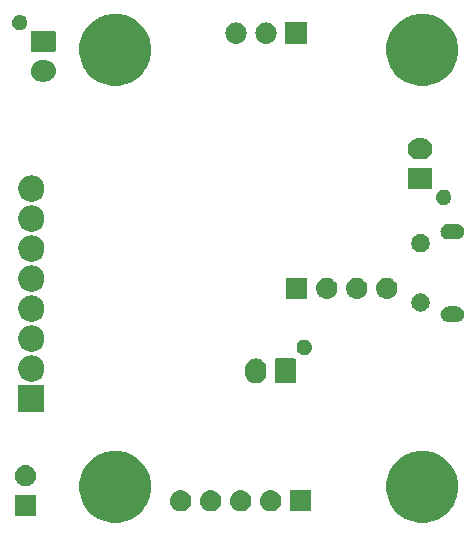
<source format=gbr>
G04 #@! TF.GenerationSoftware,KiCad,Pcbnew,5.0.2-5.0.2*
G04 #@! TF.CreationDate,2019-01-05T03:50:43-08:00*
G04 #@! TF.ProjectId,t962,74393632-2e6b-4696-9361-645f70636258,1.2*
G04 #@! TF.SameCoordinates,Original*
G04 #@! TF.FileFunction,Soldermask,Bot*
G04 #@! TF.FilePolarity,Negative*
%FSLAX46Y46*%
G04 Gerber Fmt 4.6, Leading zero omitted, Abs format (unit mm)*
G04 Created by KiCad (PCBNEW 5.0.2-5.0.2) date Sat 05 Jan 2019 03:50:43 AM PST*
%MOMM*%
%LPD*%
G01*
G04 APERTURE LIST*
%ADD10C,0.100000*%
G04 APERTURE END LIST*
D10*
G36*
X164789941Y-69166248D02*
X164789943Y-69166249D01*
X164789944Y-69166249D01*
X165345190Y-69396239D01*
X165345191Y-69396240D01*
X165844902Y-69730136D01*
X166269864Y-70155098D01*
X166269866Y-70155101D01*
X166603761Y-70654810D01*
X166813017Y-71160000D01*
X166833752Y-71210059D01*
X166951000Y-71799501D01*
X166951000Y-72400499D01*
X166840994Y-72953534D01*
X166833751Y-72989944D01*
X166603761Y-73545190D01*
X166536090Y-73646467D01*
X166269864Y-74044902D01*
X165844902Y-74469864D01*
X165844899Y-74469866D01*
X165345190Y-74803761D01*
X164789944Y-75033751D01*
X164789943Y-75033751D01*
X164789941Y-75033752D01*
X164200499Y-75151000D01*
X163599501Y-75151000D01*
X163010059Y-75033752D01*
X163010057Y-75033751D01*
X163010056Y-75033751D01*
X162454810Y-74803761D01*
X161955101Y-74469866D01*
X161955098Y-74469864D01*
X161530136Y-74044902D01*
X161263910Y-73646467D01*
X161196239Y-73545190D01*
X160966249Y-72989944D01*
X160959007Y-72953534D01*
X160849000Y-72400499D01*
X160849000Y-71799501D01*
X160966248Y-71210059D01*
X160986983Y-71160000D01*
X161196239Y-70654810D01*
X161530134Y-70155101D01*
X161530136Y-70155098D01*
X161955098Y-69730136D01*
X162454809Y-69396240D01*
X162454810Y-69396239D01*
X163010056Y-69166249D01*
X163010057Y-69166249D01*
X163010059Y-69166248D01*
X163599501Y-69049000D01*
X164200499Y-69049000D01*
X164789941Y-69166248D01*
X164789941Y-69166248D01*
G37*
G36*
X138789941Y-69166248D02*
X138789943Y-69166249D01*
X138789944Y-69166249D01*
X139345190Y-69396239D01*
X139345191Y-69396240D01*
X139844902Y-69730136D01*
X140269864Y-70155098D01*
X140269866Y-70155101D01*
X140603761Y-70654810D01*
X140813017Y-71160000D01*
X140833752Y-71210059D01*
X140951000Y-71799501D01*
X140951000Y-72400499D01*
X140840994Y-72953534D01*
X140833751Y-72989944D01*
X140603761Y-73545190D01*
X140536090Y-73646467D01*
X140269864Y-74044902D01*
X139844902Y-74469864D01*
X139844899Y-74469866D01*
X139345190Y-74803761D01*
X138789944Y-75033751D01*
X138789943Y-75033751D01*
X138789941Y-75033752D01*
X138200499Y-75151000D01*
X137599501Y-75151000D01*
X137010059Y-75033752D01*
X137010057Y-75033751D01*
X137010056Y-75033751D01*
X136454810Y-74803761D01*
X135955101Y-74469866D01*
X135955098Y-74469864D01*
X135530136Y-74044902D01*
X135263910Y-73646467D01*
X135196239Y-73545190D01*
X134966249Y-72989944D01*
X134959007Y-72953534D01*
X134849000Y-72400499D01*
X134849000Y-71799501D01*
X134966248Y-71210059D01*
X134986983Y-71160000D01*
X135196239Y-70654810D01*
X135530134Y-70155101D01*
X135530136Y-70155098D01*
X135955098Y-69730136D01*
X136454809Y-69396240D01*
X136454810Y-69396239D01*
X137010056Y-69166249D01*
X137010057Y-69166249D01*
X137010059Y-69166248D01*
X137599501Y-69049000D01*
X138200499Y-69049000D01*
X138789941Y-69166248D01*
X138789941Y-69166248D01*
G37*
G36*
X131201000Y-74601000D02*
X129399000Y-74601000D01*
X129399000Y-72799000D01*
X131201000Y-72799000D01*
X131201000Y-74601000D01*
X131201000Y-74601000D01*
G37*
G36*
X143550442Y-72405518D02*
X143616627Y-72412037D01*
X143729853Y-72446384D01*
X143786467Y-72463557D01*
X143925087Y-72537652D01*
X143942991Y-72547222D01*
X143978729Y-72576552D01*
X144080186Y-72659814D01*
X144163448Y-72761271D01*
X144192778Y-72797009D01*
X144192779Y-72797011D01*
X144276443Y-72953533D01*
X144276443Y-72953534D01*
X144327963Y-73123373D01*
X144345359Y-73300000D01*
X144327963Y-73476627D01*
X144307164Y-73545191D01*
X144276443Y-73646467D01*
X144202348Y-73785087D01*
X144192778Y-73802991D01*
X144163448Y-73838729D01*
X144080186Y-73940186D01*
X143978729Y-74023448D01*
X143942991Y-74052778D01*
X143942989Y-74052779D01*
X143786467Y-74136443D01*
X143729853Y-74153616D01*
X143616627Y-74187963D01*
X143550443Y-74194481D01*
X143484260Y-74201000D01*
X143395740Y-74201000D01*
X143329557Y-74194481D01*
X143263373Y-74187963D01*
X143150147Y-74153616D01*
X143093533Y-74136443D01*
X142937011Y-74052779D01*
X142937009Y-74052778D01*
X142901271Y-74023448D01*
X142799814Y-73940186D01*
X142716552Y-73838729D01*
X142687222Y-73802991D01*
X142677652Y-73785087D01*
X142603557Y-73646467D01*
X142572836Y-73545191D01*
X142552037Y-73476627D01*
X142534641Y-73300000D01*
X142552037Y-73123373D01*
X142603557Y-72953534D01*
X142603557Y-72953533D01*
X142687221Y-72797011D01*
X142687222Y-72797009D01*
X142716552Y-72761271D01*
X142799814Y-72659814D01*
X142901271Y-72576552D01*
X142937009Y-72547222D01*
X142954913Y-72537652D01*
X143093533Y-72463557D01*
X143150147Y-72446384D01*
X143263373Y-72412037D01*
X143329558Y-72405518D01*
X143395740Y-72399000D01*
X143484260Y-72399000D01*
X143550442Y-72405518D01*
X143550442Y-72405518D01*
G37*
G36*
X146090442Y-72405518D02*
X146156627Y-72412037D01*
X146269853Y-72446384D01*
X146326467Y-72463557D01*
X146465087Y-72537652D01*
X146482991Y-72547222D01*
X146518729Y-72576552D01*
X146620186Y-72659814D01*
X146703448Y-72761271D01*
X146732778Y-72797009D01*
X146732779Y-72797011D01*
X146816443Y-72953533D01*
X146816443Y-72953534D01*
X146867963Y-73123373D01*
X146885359Y-73300000D01*
X146867963Y-73476627D01*
X146847164Y-73545191D01*
X146816443Y-73646467D01*
X146742348Y-73785087D01*
X146732778Y-73802991D01*
X146703448Y-73838729D01*
X146620186Y-73940186D01*
X146518729Y-74023448D01*
X146482991Y-74052778D01*
X146482989Y-74052779D01*
X146326467Y-74136443D01*
X146269853Y-74153616D01*
X146156627Y-74187963D01*
X146090443Y-74194481D01*
X146024260Y-74201000D01*
X145935740Y-74201000D01*
X145869557Y-74194481D01*
X145803373Y-74187963D01*
X145690147Y-74153616D01*
X145633533Y-74136443D01*
X145477011Y-74052779D01*
X145477009Y-74052778D01*
X145441271Y-74023448D01*
X145339814Y-73940186D01*
X145256552Y-73838729D01*
X145227222Y-73802991D01*
X145217652Y-73785087D01*
X145143557Y-73646467D01*
X145112836Y-73545191D01*
X145092037Y-73476627D01*
X145074641Y-73300000D01*
X145092037Y-73123373D01*
X145143557Y-72953534D01*
X145143557Y-72953533D01*
X145227221Y-72797011D01*
X145227222Y-72797009D01*
X145256552Y-72761271D01*
X145339814Y-72659814D01*
X145441271Y-72576552D01*
X145477009Y-72547222D01*
X145494913Y-72537652D01*
X145633533Y-72463557D01*
X145690147Y-72446384D01*
X145803373Y-72412037D01*
X145869558Y-72405518D01*
X145935740Y-72399000D01*
X146024260Y-72399000D01*
X146090442Y-72405518D01*
X146090442Y-72405518D01*
G37*
G36*
X148630442Y-72405518D02*
X148696627Y-72412037D01*
X148809853Y-72446384D01*
X148866467Y-72463557D01*
X149005087Y-72537652D01*
X149022991Y-72547222D01*
X149058729Y-72576552D01*
X149160186Y-72659814D01*
X149243448Y-72761271D01*
X149272778Y-72797009D01*
X149272779Y-72797011D01*
X149356443Y-72953533D01*
X149356443Y-72953534D01*
X149407963Y-73123373D01*
X149425359Y-73300000D01*
X149407963Y-73476627D01*
X149387164Y-73545191D01*
X149356443Y-73646467D01*
X149282348Y-73785087D01*
X149272778Y-73802991D01*
X149243448Y-73838729D01*
X149160186Y-73940186D01*
X149058729Y-74023448D01*
X149022991Y-74052778D01*
X149022989Y-74052779D01*
X148866467Y-74136443D01*
X148809853Y-74153616D01*
X148696627Y-74187963D01*
X148630443Y-74194481D01*
X148564260Y-74201000D01*
X148475740Y-74201000D01*
X148409557Y-74194481D01*
X148343373Y-74187963D01*
X148230147Y-74153616D01*
X148173533Y-74136443D01*
X148017011Y-74052779D01*
X148017009Y-74052778D01*
X147981271Y-74023448D01*
X147879814Y-73940186D01*
X147796552Y-73838729D01*
X147767222Y-73802991D01*
X147757652Y-73785087D01*
X147683557Y-73646467D01*
X147652836Y-73545191D01*
X147632037Y-73476627D01*
X147614641Y-73300000D01*
X147632037Y-73123373D01*
X147683557Y-72953534D01*
X147683557Y-72953533D01*
X147767221Y-72797011D01*
X147767222Y-72797009D01*
X147796552Y-72761271D01*
X147879814Y-72659814D01*
X147981271Y-72576552D01*
X148017009Y-72547222D01*
X148034913Y-72537652D01*
X148173533Y-72463557D01*
X148230147Y-72446384D01*
X148343373Y-72412037D01*
X148409558Y-72405518D01*
X148475740Y-72399000D01*
X148564260Y-72399000D01*
X148630442Y-72405518D01*
X148630442Y-72405518D01*
G37*
G36*
X151170442Y-72405518D02*
X151236627Y-72412037D01*
X151349853Y-72446384D01*
X151406467Y-72463557D01*
X151545087Y-72537652D01*
X151562991Y-72547222D01*
X151598729Y-72576552D01*
X151700186Y-72659814D01*
X151783448Y-72761271D01*
X151812778Y-72797009D01*
X151812779Y-72797011D01*
X151896443Y-72953533D01*
X151896443Y-72953534D01*
X151947963Y-73123373D01*
X151965359Y-73300000D01*
X151947963Y-73476627D01*
X151927164Y-73545191D01*
X151896443Y-73646467D01*
X151822348Y-73785087D01*
X151812778Y-73802991D01*
X151783448Y-73838729D01*
X151700186Y-73940186D01*
X151598729Y-74023448D01*
X151562991Y-74052778D01*
X151562989Y-74052779D01*
X151406467Y-74136443D01*
X151349853Y-74153616D01*
X151236627Y-74187963D01*
X151170443Y-74194481D01*
X151104260Y-74201000D01*
X151015740Y-74201000D01*
X150949557Y-74194481D01*
X150883373Y-74187963D01*
X150770147Y-74153616D01*
X150713533Y-74136443D01*
X150557011Y-74052779D01*
X150557009Y-74052778D01*
X150521271Y-74023448D01*
X150419814Y-73940186D01*
X150336552Y-73838729D01*
X150307222Y-73802991D01*
X150297652Y-73785087D01*
X150223557Y-73646467D01*
X150192836Y-73545191D01*
X150172037Y-73476627D01*
X150154641Y-73300000D01*
X150172037Y-73123373D01*
X150223557Y-72953534D01*
X150223557Y-72953533D01*
X150307221Y-72797011D01*
X150307222Y-72797009D01*
X150336552Y-72761271D01*
X150419814Y-72659814D01*
X150521271Y-72576552D01*
X150557009Y-72547222D01*
X150574913Y-72537652D01*
X150713533Y-72463557D01*
X150770147Y-72446384D01*
X150883373Y-72412037D01*
X150949558Y-72405518D01*
X151015740Y-72399000D01*
X151104260Y-72399000D01*
X151170442Y-72405518D01*
X151170442Y-72405518D01*
G37*
G36*
X154501000Y-74201000D02*
X152699000Y-74201000D01*
X152699000Y-72399000D01*
X154501000Y-72399000D01*
X154501000Y-74201000D01*
X154501000Y-74201000D01*
G37*
G36*
X130410443Y-70265519D02*
X130476627Y-70272037D01*
X130589853Y-70306384D01*
X130646467Y-70323557D01*
X130785087Y-70397652D01*
X130802991Y-70407222D01*
X130838729Y-70436552D01*
X130940186Y-70519814D01*
X131023448Y-70621271D01*
X131052778Y-70657009D01*
X131052779Y-70657011D01*
X131136443Y-70813533D01*
X131136443Y-70813534D01*
X131187963Y-70983373D01*
X131205359Y-71160000D01*
X131187963Y-71336627D01*
X131153616Y-71449853D01*
X131136443Y-71506467D01*
X131062348Y-71645087D01*
X131052778Y-71662991D01*
X131023448Y-71698729D01*
X130940186Y-71800186D01*
X130838729Y-71883448D01*
X130802991Y-71912778D01*
X130802989Y-71912779D01*
X130646467Y-71996443D01*
X130589853Y-72013616D01*
X130476627Y-72047963D01*
X130410443Y-72054481D01*
X130344260Y-72061000D01*
X130255740Y-72061000D01*
X130189557Y-72054481D01*
X130123373Y-72047963D01*
X130010147Y-72013616D01*
X129953533Y-71996443D01*
X129797011Y-71912779D01*
X129797009Y-71912778D01*
X129761271Y-71883448D01*
X129659814Y-71800186D01*
X129576552Y-71698729D01*
X129547222Y-71662991D01*
X129537652Y-71645087D01*
X129463557Y-71506467D01*
X129446384Y-71449853D01*
X129412037Y-71336627D01*
X129394641Y-71160000D01*
X129412037Y-70983373D01*
X129463557Y-70813534D01*
X129463557Y-70813533D01*
X129547221Y-70657011D01*
X129547222Y-70657009D01*
X129576552Y-70621271D01*
X129659814Y-70519814D01*
X129761271Y-70436552D01*
X129797009Y-70407222D01*
X129814913Y-70397652D01*
X129953533Y-70323557D01*
X130010147Y-70306384D01*
X130123373Y-70272037D01*
X130189557Y-70265519D01*
X130255740Y-70259000D01*
X130344260Y-70259000D01*
X130410443Y-70265519D01*
X130410443Y-70265519D01*
G37*
G36*
X131901000Y-65741000D02*
X129699000Y-65741000D01*
X129699000Y-63539000D01*
X131901000Y-63539000D01*
X131901000Y-65741000D01*
X131901000Y-65741000D01*
G37*
G36*
X149976627Y-61262037D02*
X150089853Y-61296384D01*
X150146467Y-61313557D01*
X150285087Y-61387652D01*
X150302991Y-61397222D01*
X150338729Y-61426552D01*
X150440186Y-61509814D01*
X150496541Y-61578484D01*
X150552778Y-61647009D01*
X150636443Y-61803534D01*
X150687963Y-61973374D01*
X150701000Y-62105743D01*
X150701000Y-62494258D01*
X150687963Y-62626627D01*
X150653616Y-62739853D01*
X150636443Y-62796467D01*
X150562348Y-62935087D01*
X150552778Y-62952991D01*
X150550963Y-62955202D01*
X150440186Y-63090186D01*
X150302989Y-63202779D01*
X150146466Y-63286443D01*
X150105733Y-63298799D01*
X149976626Y-63337963D01*
X149800000Y-63355359D01*
X149623373Y-63337963D01*
X149494266Y-63298799D01*
X149453533Y-63286443D01*
X149297011Y-63202779D01*
X149297009Y-63202778D01*
X149254749Y-63168096D01*
X149159814Y-63090186D01*
X149047221Y-62952989D01*
X148963557Y-62796466D01*
X148946384Y-62739852D01*
X148912037Y-62626626D01*
X148899000Y-62494257D01*
X148899000Y-62105742D01*
X148912037Y-61973373D01*
X148963557Y-61803534D01*
X148963557Y-61803533D01*
X149047222Y-61647008D01*
X149159812Y-61509817D01*
X149254750Y-61431904D01*
X149297010Y-61397222D01*
X149314914Y-61387652D01*
X149453534Y-61313557D01*
X149510148Y-61296384D01*
X149623374Y-61262037D01*
X149800000Y-61244641D01*
X149976627Y-61262037D01*
X149976627Y-61262037D01*
G37*
G36*
X153058600Y-61252989D02*
X153091649Y-61263014D01*
X153122106Y-61279294D01*
X153148799Y-61301201D01*
X153170706Y-61327894D01*
X153186986Y-61358351D01*
X153197011Y-61391400D01*
X153201000Y-61431904D01*
X153201000Y-63168096D01*
X153197011Y-63208600D01*
X153186986Y-63241649D01*
X153170706Y-63272106D01*
X153148799Y-63298799D01*
X153122106Y-63320706D01*
X153091649Y-63336986D01*
X153058600Y-63347011D01*
X153018096Y-63351000D01*
X151581904Y-63351000D01*
X151541400Y-63347011D01*
X151508351Y-63336986D01*
X151477894Y-63320706D01*
X151451201Y-63298799D01*
X151429294Y-63272106D01*
X151413014Y-63241649D01*
X151402989Y-63208600D01*
X151399000Y-63168096D01*
X151399000Y-61431904D01*
X151402989Y-61391400D01*
X151413014Y-61358351D01*
X151429294Y-61327894D01*
X151451201Y-61301201D01*
X151477894Y-61279294D01*
X151508351Y-61263014D01*
X151541400Y-61252989D01*
X151581904Y-61249000D01*
X153018096Y-61249000D01*
X153058600Y-61252989D01*
X153058600Y-61252989D01*
G37*
G36*
X131014795Y-61020156D02*
X131121150Y-61041311D01*
X131191990Y-61070654D01*
X131321516Y-61124305D01*
X131501850Y-61244801D01*
X131655199Y-61398150D01*
X131775695Y-61578484D01*
X131858689Y-61778851D01*
X131901000Y-61991560D01*
X131901000Y-62208440D01*
X131858689Y-62421149D01*
X131775695Y-62621516D01*
X131775693Y-62621519D01*
X131658797Y-62796466D01*
X131655199Y-62801850D01*
X131501850Y-62955199D01*
X131321516Y-63075695D01*
X131191990Y-63129346D01*
X131121150Y-63158689D01*
X131014794Y-63179845D01*
X130908440Y-63201000D01*
X130691560Y-63201000D01*
X130585206Y-63179845D01*
X130478850Y-63158689D01*
X130408010Y-63129346D01*
X130278484Y-63075695D01*
X130098150Y-62955199D01*
X129944801Y-62801850D01*
X129941204Y-62796466D01*
X129824307Y-62621519D01*
X129824305Y-62621516D01*
X129741311Y-62421149D01*
X129699000Y-62208440D01*
X129699000Y-61991560D01*
X129741311Y-61778851D01*
X129824305Y-61578484D01*
X129944801Y-61398150D01*
X130098150Y-61244801D01*
X130278484Y-61124305D01*
X130408010Y-61070654D01*
X130478850Y-61041311D01*
X130585205Y-61020156D01*
X130691560Y-60999000D01*
X130908440Y-60999000D01*
X131014795Y-61020156D01*
X131014795Y-61020156D01*
G37*
G36*
X154089890Y-59674017D02*
X154208361Y-59723089D01*
X154314992Y-59794338D01*
X154405662Y-59885008D01*
X154476911Y-59991639D01*
X154525983Y-60110110D01*
X154551000Y-60235881D01*
X154551000Y-60364119D01*
X154525983Y-60489890D01*
X154476911Y-60608361D01*
X154405662Y-60714992D01*
X154314992Y-60805662D01*
X154208361Y-60876911D01*
X154089890Y-60925983D01*
X153964119Y-60951000D01*
X153835881Y-60951000D01*
X153710110Y-60925983D01*
X153591639Y-60876911D01*
X153485008Y-60805662D01*
X153394338Y-60714992D01*
X153323089Y-60608361D01*
X153274017Y-60489890D01*
X153249000Y-60364119D01*
X153249000Y-60235881D01*
X153274017Y-60110110D01*
X153323089Y-59991639D01*
X153394338Y-59885008D01*
X153485008Y-59794338D01*
X153591639Y-59723089D01*
X153710110Y-59674017D01*
X153835881Y-59649000D01*
X153964119Y-59649000D01*
X154089890Y-59674017D01*
X154089890Y-59674017D01*
G37*
G36*
X131014795Y-58480156D02*
X131121150Y-58501311D01*
X131191990Y-58530654D01*
X131321516Y-58584305D01*
X131501850Y-58704801D01*
X131655199Y-58858150D01*
X131775695Y-59038484D01*
X131858689Y-59238851D01*
X131901000Y-59451560D01*
X131901000Y-59668440D01*
X131858689Y-59881149D01*
X131775695Y-60081516D01*
X131775693Y-60081519D01*
X131672551Y-60235882D01*
X131655199Y-60261850D01*
X131501850Y-60415199D01*
X131321516Y-60535695D01*
X131191990Y-60589346D01*
X131121150Y-60618689D01*
X131014794Y-60639845D01*
X130908440Y-60661000D01*
X130691560Y-60661000D01*
X130585206Y-60639845D01*
X130478850Y-60618689D01*
X130408010Y-60589346D01*
X130278484Y-60535695D01*
X130098150Y-60415199D01*
X129944801Y-60261850D01*
X129927450Y-60235882D01*
X129824307Y-60081519D01*
X129824305Y-60081516D01*
X129741311Y-59881149D01*
X129699000Y-59668440D01*
X129699000Y-59451560D01*
X129741311Y-59238851D01*
X129824305Y-59038484D01*
X129944801Y-58858150D01*
X130098150Y-58704801D01*
X130278484Y-58584305D01*
X130408010Y-58530654D01*
X130478850Y-58501311D01*
X130585205Y-58480156D01*
X130691560Y-58459000D01*
X130908440Y-58459000D01*
X131014795Y-58480156D01*
X131014795Y-58480156D01*
G37*
G36*
X166851355Y-56852140D02*
X166915118Y-56858420D01*
X166996927Y-56883237D01*
X167037833Y-56895645D01*
X167067609Y-56911561D01*
X167150926Y-56956095D01*
X167250053Y-57037447D01*
X167331405Y-57136574D01*
X167331406Y-57136576D01*
X167391855Y-57249667D01*
X167391855Y-57249668D01*
X167429080Y-57372382D01*
X167441649Y-57500000D01*
X167429080Y-57627618D01*
X167404263Y-57709427D01*
X167391855Y-57750333D01*
X167338319Y-57850491D01*
X167331405Y-57863426D01*
X167250053Y-57962553D01*
X167150926Y-58043905D01*
X167150924Y-58043906D01*
X167037833Y-58104355D01*
X166996927Y-58116763D01*
X166915118Y-58141580D01*
X166851355Y-58147860D01*
X166819474Y-58151000D01*
X166055526Y-58151000D01*
X166023645Y-58147860D01*
X165959882Y-58141580D01*
X165878073Y-58116763D01*
X165837167Y-58104355D01*
X165724076Y-58043906D01*
X165724074Y-58043905D01*
X165624947Y-57962553D01*
X165543595Y-57863426D01*
X165536681Y-57850491D01*
X165483145Y-57750333D01*
X165470737Y-57709427D01*
X165445920Y-57627618D01*
X165433351Y-57500000D01*
X165445920Y-57372382D01*
X165483145Y-57249668D01*
X165483145Y-57249667D01*
X165543594Y-57136576D01*
X165543595Y-57136574D01*
X165624947Y-57037447D01*
X165724074Y-56956095D01*
X165807391Y-56911561D01*
X165837167Y-56895645D01*
X165878073Y-56883237D01*
X165959882Y-56858420D01*
X166023645Y-56852140D01*
X166055526Y-56849000D01*
X166819474Y-56849000D01*
X166851355Y-56852140D01*
X166851355Y-56852140D01*
G37*
G36*
X131014794Y-55940155D02*
X131121150Y-55961311D01*
X131191990Y-55990654D01*
X131321516Y-56044305D01*
X131321519Y-56044307D01*
X131459410Y-56136443D01*
X131501850Y-56164801D01*
X131655199Y-56318150D01*
X131655201Y-56318153D01*
X131655202Y-56318154D01*
X131775693Y-56498481D01*
X131775695Y-56498484D01*
X131858689Y-56698851D01*
X131901000Y-56911560D01*
X131901000Y-57128440D01*
X131858689Y-57341149D01*
X131775695Y-57541516D01*
X131775693Y-57541519D01*
X131718165Y-57627616D01*
X131655199Y-57721850D01*
X131501850Y-57875199D01*
X131321516Y-57995695D01*
X131205126Y-58043905D01*
X131121150Y-58078689D01*
X131014795Y-58099844D01*
X130908440Y-58121000D01*
X130691560Y-58121000D01*
X130585205Y-58099844D01*
X130478850Y-58078689D01*
X130394874Y-58043905D01*
X130278484Y-57995695D01*
X130098150Y-57875199D01*
X129944801Y-57721850D01*
X129881836Y-57627616D01*
X129824307Y-57541519D01*
X129824305Y-57541516D01*
X129741311Y-57341149D01*
X129699000Y-57128440D01*
X129699000Y-56911560D01*
X129741311Y-56698851D01*
X129824305Y-56498484D01*
X129824307Y-56498481D01*
X129944798Y-56318154D01*
X129944799Y-56318153D01*
X129944801Y-56318150D01*
X130098150Y-56164801D01*
X130140591Y-56136443D01*
X130278481Y-56044307D01*
X130278484Y-56044305D01*
X130408010Y-55990654D01*
X130478850Y-55961311D01*
X130585206Y-55940155D01*
X130691560Y-55919000D01*
X130908440Y-55919000D01*
X131014794Y-55940155D01*
X131014794Y-55940155D01*
G37*
G36*
X163963849Y-55753820D02*
X163963852Y-55753821D01*
X163963851Y-55753821D01*
X164105074Y-55812317D01*
X164105075Y-55812318D01*
X164232174Y-55897243D01*
X164340257Y-56005326D01*
X164340259Y-56005329D01*
X164425183Y-56132426D01*
X164438593Y-56164801D01*
X164483680Y-56273651D01*
X164513500Y-56423569D01*
X164513500Y-56576431D01*
X164483680Y-56726349D01*
X164483679Y-56726351D01*
X164425183Y-56867574D01*
X164366035Y-56956094D01*
X164340257Y-56994674D01*
X164232174Y-57102757D01*
X164232171Y-57102759D01*
X164105074Y-57187683D01*
X163995843Y-57232927D01*
X163963849Y-57246180D01*
X163813931Y-57276000D01*
X163661069Y-57276000D01*
X163511151Y-57246180D01*
X163479157Y-57232927D01*
X163369926Y-57187683D01*
X163242829Y-57102759D01*
X163242826Y-57102757D01*
X163134743Y-56994674D01*
X163108965Y-56956094D01*
X163049817Y-56867574D01*
X162991321Y-56726351D01*
X162991320Y-56726349D01*
X162961500Y-56576431D01*
X162961500Y-56423569D01*
X162991320Y-56273651D01*
X163036407Y-56164801D01*
X163049817Y-56132426D01*
X163134741Y-56005329D01*
X163134743Y-56005326D01*
X163242826Y-55897243D01*
X163369925Y-55812318D01*
X163369926Y-55812317D01*
X163511149Y-55753821D01*
X163511148Y-55753821D01*
X163511151Y-55753820D01*
X163661069Y-55724000D01*
X163813931Y-55724000D01*
X163963849Y-55753820D01*
X163963849Y-55753820D01*
G37*
G36*
X160990443Y-54405519D02*
X161056627Y-54412037D01*
X161169853Y-54446384D01*
X161226467Y-54463557D01*
X161365087Y-54537652D01*
X161382991Y-54547222D01*
X161418729Y-54576552D01*
X161520186Y-54659814D01*
X161603448Y-54761271D01*
X161632778Y-54797009D01*
X161632779Y-54797011D01*
X161716443Y-54953533D01*
X161716443Y-54953534D01*
X161767963Y-55123373D01*
X161785359Y-55300000D01*
X161767963Y-55476627D01*
X161736302Y-55581000D01*
X161716443Y-55646467D01*
X161675000Y-55724000D01*
X161632778Y-55802991D01*
X161625124Y-55812317D01*
X161520186Y-55940186D01*
X161418729Y-56023448D01*
X161382991Y-56052778D01*
X161382989Y-56052779D01*
X161226467Y-56136443D01*
X161169853Y-56153616D01*
X161056627Y-56187963D01*
X160990442Y-56194482D01*
X160924260Y-56201000D01*
X160835740Y-56201000D01*
X160769558Y-56194482D01*
X160703373Y-56187963D01*
X160590147Y-56153616D01*
X160533533Y-56136443D01*
X160377011Y-56052779D01*
X160377009Y-56052778D01*
X160341271Y-56023448D01*
X160239814Y-55940186D01*
X160134876Y-55812317D01*
X160127222Y-55802991D01*
X160085000Y-55724000D01*
X160043557Y-55646467D01*
X160023698Y-55581000D01*
X159992037Y-55476627D01*
X159974641Y-55300000D01*
X159992037Y-55123373D01*
X160043557Y-54953534D01*
X160043557Y-54953533D01*
X160127221Y-54797011D01*
X160127222Y-54797009D01*
X160156552Y-54761271D01*
X160239814Y-54659814D01*
X160341271Y-54576552D01*
X160377009Y-54547222D01*
X160394913Y-54537652D01*
X160533533Y-54463557D01*
X160590147Y-54446384D01*
X160703373Y-54412037D01*
X160769557Y-54405519D01*
X160835740Y-54399000D01*
X160924260Y-54399000D01*
X160990443Y-54405519D01*
X160990443Y-54405519D01*
G37*
G36*
X154161000Y-56201000D02*
X152359000Y-56201000D01*
X152359000Y-54399000D01*
X154161000Y-54399000D01*
X154161000Y-56201000D01*
X154161000Y-56201000D01*
G37*
G36*
X155910443Y-54405519D02*
X155976627Y-54412037D01*
X156089853Y-54446384D01*
X156146467Y-54463557D01*
X156285087Y-54537652D01*
X156302991Y-54547222D01*
X156338729Y-54576552D01*
X156440186Y-54659814D01*
X156523448Y-54761271D01*
X156552778Y-54797009D01*
X156552779Y-54797011D01*
X156636443Y-54953533D01*
X156636443Y-54953534D01*
X156687963Y-55123373D01*
X156705359Y-55300000D01*
X156687963Y-55476627D01*
X156656302Y-55581000D01*
X156636443Y-55646467D01*
X156595000Y-55724000D01*
X156552778Y-55802991D01*
X156545124Y-55812317D01*
X156440186Y-55940186D01*
X156338729Y-56023448D01*
X156302991Y-56052778D01*
X156302989Y-56052779D01*
X156146467Y-56136443D01*
X156089853Y-56153616D01*
X155976627Y-56187963D01*
X155910442Y-56194482D01*
X155844260Y-56201000D01*
X155755740Y-56201000D01*
X155689558Y-56194482D01*
X155623373Y-56187963D01*
X155510147Y-56153616D01*
X155453533Y-56136443D01*
X155297011Y-56052779D01*
X155297009Y-56052778D01*
X155261271Y-56023448D01*
X155159814Y-55940186D01*
X155054876Y-55812317D01*
X155047222Y-55802991D01*
X155005000Y-55724000D01*
X154963557Y-55646467D01*
X154943698Y-55581000D01*
X154912037Y-55476627D01*
X154894641Y-55300000D01*
X154912037Y-55123373D01*
X154963557Y-54953534D01*
X154963557Y-54953533D01*
X155047221Y-54797011D01*
X155047222Y-54797009D01*
X155076552Y-54761271D01*
X155159814Y-54659814D01*
X155261271Y-54576552D01*
X155297009Y-54547222D01*
X155314913Y-54537652D01*
X155453533Y-54463557D01*
X155510147Y-54446384D01*
X155623373Y-54412037D01*
X155689557Y-54405519D01*
X155755740Y-54399000D01*
X155844260Y-54399000D01*
X155910443Y-54405519D01*
X155910443Y-54405519D01*
G37*
G36*
X158450443Y-54405519D02*
X158516627Y-54412037D01*
X158629853Y-54446384D01*
X158686467Y-54463557D01*
X158825087Y-54537652D01*
X158842991Y-54547222D01*
X158878729Y-54576552D01*
X158980186Y-54659814D01*
X159063448Y-54761271D01*
X159092778Y-54797009D01*
X159092779Y-54797011D01*
X159176443Y-54953533D01*
X159176443Y-54953534D01*
X159227963Y-55123373D01*
X159245359Y-55300000D01*
X159227963Y-55476627D01*
X159196302Y-55581000D01*
X159176443Y-55646467D01*
X159135000Y-55724000D01*
X159092778Y-55802991D01*
X159085124Y-55812317D01*
X158980186Y-55940186D01*
X158878729Y-56023448D01*
X158842991Y-56052778D01*
X158842989Y-56052779D01*
X158686467Y-56136443D01*
X158629853Y-56153616D01*
X158516627Y-56187963D01*
X158450442Y-56194482D01*
X158384260Y-56201000D01*
X158295740Y-56201000D01*
X158229558Y-56194482D01*
X158163373Y-56187963D01*
X158050147Y-56153616D01*
X157993533Y-56136443D01*
X157837011Y-56052779D01*
X157837009Y-56052778D01*
X157801271Y-56023448D01*
X157699814Y-55940186D01*
X157594876Y-55812317D01*
X157587222Y-55802991D01*
X157545000Y-55724000D01*
X157503557Y-55646467D01*
X157483698Y-55581000D01*
X157452037Y-55476627D01*
X157434641Y-55300000D01*
X157452037Y-55123373D01*
X157503557Y-54953534D01*
X157503557Y-54953533D01*
X157587221Y-54797011D01*
X157587222Y-54797009D01*
X157616552Y-54761271D01*
X157699814Y-54659814D01*
X157801271Y-54576552D01*
X157837009Y-54547222D01*
X157854913Y-54537652D01*
X157993533Y-54463557D01*
X158050147Y-54446384D01*
X158163373Y-54412037D01*
X158229557Y-54405519D01*
X158295740Y-54399000D01*
X158384260Y-54399000D01*
X158450443Y-54405519D01*
X158450443Y-54405519D01*
G37*
G36*
X131014795Y-53400156D02*
X131121150Y-53421311D01*
X131191990Y-53450654D01*
X131321516Y-53504305D01*
X131501850Y-53624801D01*
X131655199Y-53778150D01*
X131775695Y-53958484D01*
X131858689Y-54158851D01*
X131901000Y-54371560D01*
X131901000Y-54588440D01*
X131858689Y-54801149D01*
X131775695Y-55001516D01*
X131775693Y-55001519D01*
X131694273Y-55123373D01*
X131655199Y-55181850D01*
X131501850Y-55335199D01*
X131321516Y-55455695D01*
X131191990Y-55509346D01*
X131121150Y-55538689D01*
X131014794Y-55559845D01*
X130908440Y-55581000D01*
X130691560Y-55581000D01*
X130585206Y-55559845D01*
X130478850Y-55538689D01*
X130408010Y-55509346D01*
X130278484Y-55455695D01*
X130098150Y-55335199D01*
X129944801Y-55181850D01*
X129905728Y-55123373D01*
X129824307Y-55001519D01*
X129824305Y-55001516D01*
X129741311Y-54801149D01*
X129699000Y-54588440D01*
X129699000Y-54371560D01*
X129741311Y-54158851D01*
X129824305Y-53958484D01*
X129944801Y-53778150D01*
X130098150Y-53624801D01*
X130278484Y-53504305D01*
X130408010Y-53450654D01*
X130478850Y-53421311D01*
X130585205Y-53400156D01*
X130691560Y-53379000D01*
X130908440Y-53379000D01*
X131014795Y-53400156D01*
X131014795Y-53400156D01*
G37*
G36*
X131014794Y-50860155D02*
X131121150Y-50881311D01*
X131159608Y-50897241D01*
X131321516Y-50964305D01*
X131321519Y-50964307D01*
X131382913Y-51005329D01*
X131501850Y-51084801D01*
X131655199Y-51238150D01*
X131775695Y-51418484D01*
X131829346Y-51548010D01*
X131841118Y-51576429D01*
X131858689Y-51618851D01*
X131901000Y-51831560D01*
X131901000Y-52048440D01*
X131890195Y-52102759D01*
X131873303Y-52187683D01*
X131858689Y-52261149D01*
X131775695Y-52461516D01*
X131655199Y-52641850D01*
X131501850Y-52795199D01*
X131321516Y-52915695D01*
X131191990Y-52969346D01*
X131121150Y-52998689D01*
X131014795Y-53019844D01*
X130908440Y-53041000D01*
X130691560Y-53041000D01*
X130585205Y-53019844D01*
X130478850Y-52998689D01*
X130408010Y-52969346D01*
X130278484Y-52915695D01*
X130098150Y-52795199D01*
X129944801Y-52641850D01*
X129824305Y-52461516D01*
X129741311Y-52261149D01*
X129726698Y-52187683D01*
X129709805Y-52102759D01*
X129699000Y-52048440D01*
X129699000Y-51831560D01*
X129741311Y-51618851D01*
X129758883Y-51576429D01*
X129770654Y-51548010D01*
X129824305Y-51418484D01*
X129944801Y-51238150D01*
X130098150Y-51084801D01*
X130217088Y-51005329D01*
X130278481Y-50964307D01*
X130278484Y-50964305D01*
X130440392Y-50897241D01*
X130478850Y-50881311D01*
X130585206Y-50860155D01*
X130691560Y-50839000D01*
X130908440Y-50839000D01*
X131014794Y-50860155D01*
X131014794Y-50860155D01*
G37*
G36*
X163963849Y-50753820D02*
X163963852Y-50753821D01*
X163963851Y-50753821D01*
X164105074Y-50812317D01*
X164208330Y-50881311D01*
X164232174Y-50897243D01*
X164340257Y-51005326D01*
X164340259Y-51005329D01*
X164425183Y-51132426D01*
X164468975Y-51238150D01*
X164483680Y-51273651D01*
X164513500Y-51423569D01*
X164513500Y-51576431D01*
X164483680Y-51726349D01*
X164483679Y-51726351D01*
X164425183Y-51867574D01*
X164425182Y-51867575D01*
X164340257Y-51994674D01*
X164232174Y-52102757D01*
X164232171Y-52102759D01*
X164105074Y-52187683D01*
X163995843Y-52232927D01*
X163963849Y-52246180D01*
X163813931Y-52276000D01*
X163661069Y-52276000D01*
X163511151Y-52246180D01*
X163479157Y-52232927D01*
X163369926Y-52187683D01*
X163242829Y-52102759D01*
X163242826Y-52102757D01*
X163134743Y-51994674D01*
X163049818Y-51867575D01*
X163049817Y-51867574D01*
X162991321Y-51726351D01*
X162991320Y-51726349D01*
X162961500Y-51576431D01*
X162961500Y-51423569D01*
X162991320Y-51273651D01*
X163006025Y-51238150D01*
X163049817Y-51132426D01*
X163134741Y-51005329D01*
X163134743Y-51005326D01*
X163242826Y-50897243D01*
X163266670Y-50881311D01*
X163369926Y-50812317D01*
X163511149Y-50753821D01*
X163511148Y-50753821D01*
X163511151Y-50753820D01*
X163661069Y-50724000D01*
X163813931Y-50724000D01*
X163963849Y-50753820D01*
X163963849Y-50753820D01*
G37*
G36*
X166851355Y-49852140D02*
X166915118Y-49858420D01*
X166996927Y-49883237D01*
X167037833Y-49895645D01*
X167086239Y-49921519D01*
X167150926Y-49956095D01*
X167250053Y-50037447D01*
X167331405Y-50136574D01*
X167331406Y-50136576D01*
X167391855Y-50249667D01*
X167391855Y-50249668D01*
X167429080Y-50372382D01*
X167441649Y-50500000D01*
X167429080Y-50627618D01*
X167404263Y-50709427D01*
X167391855Y-50750333D01*
X167358723Y-50812318D01*
X167331405Y-50863426D01*
X167250053Y-50962553D01*
X167150926Y-51043905D01*
X167150924Y-51043906D01*
X167037833Y-51104355D01*
X166996927Y-51116763D01*
X166915118Y-51141580D01*
X166851355Y-51147860D01*
X166819474Y-51151000D01*
X166055526Y-51151000D01*
X166023645Y-51147860D01*
X165959882Y-51141580D01*
X165878073Y-51116763D01*
X165837167Y-51104355D01*
X165724076Y-51043906D01*
X165724074Y-51043905D01*
X165624947Y-50962553D01*
X165543595Y-50863426D01*
X165516277Y-50812318D01*
X165483145Y-50750333D01*
X165470737Y-50709427D01*
X165445920Y-50627618D01*
X165433351Y-50500000D01*
X165445920Y-50372382D01*
X165483145Y-50249668D01*
X165483145Y-50249667D01*
X165543594Y-50136576D01*
X165543595Y-50136574D01*
X165624947Y-50037447D01*
X165724074Y-49956095D01*
X165788761Y-49921519D01*
X165837167Y-49895645D01*
X165878073Y-49883237D01*
X165959882Y-49858420D01*
X166023645Y-49852140D01*
X166055526Y-49849000D01*
X166819474Y-49849000D01*
X166851355Y-49852140D01*
X166851355Y-49852140D01*
G37*
G36*
X131014794Y-48320155D02*
X131121150Y-48341311D01*
X131191990Y-48370654D01*
X131321516Y-48424305D01*
X131501850Y-48544801D01*
X131655199Y-48698150D01*
X131775695Y-48878484D01*
X131858689Y-49078851D01*
X131901000Y-49291560D01*
X131901000Y-49508440D01*
X131858689Y-49721149D01*
X131775695Y-49921516D01*
X131655199Y-50101850D01*
X131501850Y-50255199D01*
X131321516Y-50375695D01*
X131191990Y-50429346D01*
X131121150Y-50458689D01*
X131014795Y-50479844D01*
X130908440Y-50501000D01*
X130691560Y-50501000D01*
X130585205Y-50479844D01*
X130478850Y-50458689D01*
X130408010Y-50429346D01*
X130278484Y-50375695D01*
X130098150Y-50255199D01*
X129944801Y-50101850D01*
X129824305Y-49921516D01*
X129741311Y-49721149D01*
X129699000Y-49508440D01*
X129699000Y-49291560D01*
X129741311Y-49078851D01*
X129824305Y-48878484D01*
X129944801Y-48698150D01*
X130098150Y-48544801D01*
X130278484Y-48424305D01*
X130408010Y-48370654D01*
X130478850Y-48341311D01*
X130585206Y-48320155D01*
X130691560Y-48299000D01*
X130908440Y-48299000D01*
X131014794Y-48320155D01*
X131014794Y-48320155D01*
G37*
G36*
X165889890Y-46974017D02*
X166008361Y-47023089D01*
X166114992Y-47094338D01*
X166205662Y-47185008D01*
X166276911Y-47291639D01*
X166325983Y-47410110D01*
X166351000Y-47535881D01*
X166351000Y-47664119D01*
X166325983Y-47789890D01*
X166276911Y-47908361D01*
X166205662Y-48014992D01*
X166114992Y-48105662D01*
X166008361Y-48176911D01*
X165889890Y-48225983D01*
X165764119Y-48251000D01*
X165635881Y-48251000D01*
X165510110Y-48225983D01*
X165391639Y-48176911D01*
X165285008Y-48105662D01*
X165194338Y-48014992D01*
X165123089Y-47908361D01*
X165074017Y-47789890D01*
X165049000Y-47664119D01*
X165049000Y-47535881D01*
X165074017Y-47410110D01*
X165123089Y-47291639D01*
X165194338Y-47185008D01*
X165285008Y-47094338D01*
X165391639Y-47023089D01*
X165510110Y-46974017D01*
X165635881Y-46949000D01*
X165764119Y-46949000D01*
X165889890Y-46974017D01*
X165889890Y-46974017D01*
G37*
G36*
X131014795Y-45780156D02*
X131121150Y-45801311D01*
X131191990Y-45830654D01*
X131321516Y-45884305D01*
X131501850Y-46004801D01*
X131655199Y-46158150D01*
X131775695Y-46338484D01*
X131858689Y-46538851D01*
X131901000Y-46751560D01*
X131901000Y-46968440D01*
X131858689Y-47181149D01*
X131775695Y-47381516D01*
X131775693Y-47381519D01*
X131672551Y-47535882D01*
X131655199Y-47561850D01*
X131501850Y-47715199D01*
X131321516Y-47835695D01*
X131191990Y-47889346D01*
X131121150Y-47918689D01*
X131014795Y-47939844D01*
X130908440Y-47961000D01*
X130691560Y-47961000D01*
X130585205Y-47939844D01*
X130478850Y-47918689D01*
X130408010Y-47889346D01*
X130278484Y-47835695D01*
X130098150Y-47715199D01*
X129944801Y-47561850D01*
X129927450Y-47535882D01*
X129824307Y-47381519D01*
X129824305Y-47381516D01*
X129741311Y-47181149D01*
X129699000Y-46968440D01*
X129699000Y-46751560D01*
X129741311Y-46538851D01*
X129824305Y-46338484D01*
X129944801Y-46158150D01*
X130098150Y-46004801D01*
X130278484Y-45884305D01*
X130408010Y-45830654D01*
X130478850Y-45801311D01*
X130585205Y-45780156D01*
X130691560Y-45759000D01*
X130908440Y-45759000D01*
X131014795Y-45780156D01*
X131014795Y-45780156D01*
G37*
G36*
X164608600Y-45102989D02*
X164641649Y-45113014D01*
X164672106Y-45129294D01*
X164698799Y-45151201D01*
X164720706Y-45177894D01*
X164736986Y-45208351D01*
X164747011Y-45241400D01*
X164751000Y-45281904D01*
X164751000Y-46718096D01*
X164747011Y-46758600D01*
X164736986Y-46791649D01*
X164720706Y-46822106D01*
X164698799Y-46848799D01*
X164672106Y-46870706D01*
X164641649Y-46886986D01*
X164608600Y-46897011D01*
X164568096Y-46901000D01*
X162831904Y-46901000D01*
X162791400Y-46897011D01*
X162758351Y-46886986D01*
X162727894Y-46870706D01*
X162701201Y-46848799D01*
X162679294Y-46822106D01*
X162663014Y-46791649D01*
X162652989Y-46758600D01*
X162649000Y-46718096D01*
X162649000Y-45281904D01*
X162652989Y-45241400D01*
X162663014Y-45208351D01*
X162679294Y-45177894D01*
X162701201Y-45151201D01*
X162727894Y-45129294D01*
X162758351Y-45113014D01*
X162791400Y-45102989D01*
X162831904Y-45099000D01*
X164568096Y-45099000D01*
X164608600Y-45102989D01*
X164608600Y-45102989D01*
G37*
G36*
X163960443Y-42605519D02*
X164026627Y-42612037D01*
X164139853Y-42646384D01*
X164196467Y-42663557D01*
X164335087Y-42737652D01*
X164352991Y-42747222D01*
X164388729Y-42776552D01*
X164490186Y-42859814D01*
X164573448Y-42961271D01*
X164602778Y-42997009D01*
X164602779Y-42997011D01*
X164686443Y-43153533D01*
X164686443Y-43153534D01*
X164737963Y-43323373D01*
X164755359Y-43500000D01*
X164737963Y-43676627D01*
X164703616Y-43789853D01*
X164686443Y-43846467D01*
X164612348Y-43985087D01*
X164602778Y-44002991D01*
X164573448Y-44038729D01*
X164490186Y-44140186D01*
X164388729Y-44223448D01*
X164352991Y-44252778D01*
X164352989Y-44252779D01*
X164196467Y-44336443D01*
X164139853Y-44353616D01*
X164026627Y-44387963D01*
X163960442Y-44394482D01*
X163894260Y-44401000D01*
X163505740Y-44401000D01*
X163439558Y-44394482D01*
X163373373Y-44387963D01*
X163260147Y-44353616D01*
X163203533Y-44336443D01*
X163047011Y-44252779D01*
X163047009Y-44252778D01*
X163011271Y-44223448D01*
X162909814Y-44140186D01*
X162826552Y-44038729D01*
X162797222Y-44002991D01*
X162787652Y-43985087D01*
X162713557Y-43846467D01*
X162696384Y-43789853D01*
X162662037Y-43676627D01*
X162644641Y-43500000D01*
X162662037Y-43323373D01*
X162713557Y-43153534D01*
X162713557Y-43153533D01*
X162797221Y-42997011D01*
X162797222Y-42997009D01*
X162826552Y-42961271D01*
X162909814Y-42859814D01*
X163011271Y-42776552D01*
X163047009Y-42747222D01*
X163064913Y-42737652D01*
X163203533Y-42663557D01*
X163260147Y-42646384D01*
X163373373Y-42612037D01*
X163439558Y-42605518D01*
X163505740Y-42599000D01*
X163894260Y-42599000D01*
X163960443Y-42605519D01*
X163960443Y-42605519D01*
G37*
G36*
X164789941Y-32166248D02*
X164789943Y-32166249D01*
X164789944Y-32166249D01*
X165345190Y-32396239D01*
X165487966Y-32491639D01*
X165844902Y-32730136D01*
X166269864Y-33155098D01*
X166269866Y-33155101D01*
X166603761Y-33654810D01*
X166833751Y-34210056D01*
X166833752Y-34210059D01*
X166859636Y-34340186D01*
X166951000Y-34799503D01*
X166951000Y-35400497D01*
X166833751Y-35989944D01*
X166603761Y-36545190D01*
X166366684Y-36900000D01*
X166269864Y-37044902D01*
X165844902Y-37469864D01*
X165844899Y-37469866D01*
X165345190Y-37803761D01*
X164789944Y-38033751D01*
X164789943Y-38033751D01*
X164789941Y-38033752D01*
X164200499Y-38151000D01*
X163599501Y-38151000D01*
X163010059Y-38033752D01*
X163010057Y-38033751D01*
X163010056Y-38033751D01*
X162454810Y-37803761D01*
X161955101Y-37469866D01*
X161955098Y-37469864D01*
X161530136Y-37044902D01*
X161433316Y-36900000D01*
X161196239Y-36545190D01*
X160966249Y-35989944D01*
X160849000Y-35400497D01*
X160849000Y-34799503D01*
X160940364Y-34340186D01*
X160966248Y-34210059D01*
X160966249Y-34210056D01*
X161196239Y-33654810D01*
X161530134Y-33155101D01*
X161530136Y-33155098D01*
X161955098Y-32730136D01*
X162312034Y-32491639D01*
X162454810Y-32396239D01*
X163010056Y-32166249D01*
X163010057Y-32166249D01*
X163010059Y-32166248D01*
X163599501Y-32049000D01*
X164200499Y-32049000D01*
X164789941Y-32166248D01*
X164789941Y-32166248D01*
G37*
G36*
X138789941Y-32166248D02*
X138789943Y-32166249D01*
X138789944Y-32166249D01*
X139345190Y-32396239D01*
X139487966Y-32491639D01*
X139844902Y-32730136D01*
X140269864Y-33155098D01*
X140269866Y-33155101D01*
X140603761Y-33654810D01*
X140833751Y-34210056D01*
X140833752Y-34210059D01*
X140859636Y-34340186D01*
X140951000Y-34799503D01*
X140951000Y-35400497D01*
X140833751Y-35989944D01*
X140603761Y-36545190D01*
X140366684Y-36900000D01*
X140269864Y-37044902D01*
X139844902Y-37469864D01*
X139844899Y-37469866D01*
X139345190Y-37803761D01*
X138789944Y-38033751D01*
X138789943Y-38033751D01*
X138789941Y-38033752D01*
X138200499Y-38151000D01*
X137599501Y-38151000D01*
X137010059Y-38033752D01*
X137010057Y-38033751D01*
X137010056Y-38033751D01*
X136454810Y-37803761D01*
X135955101Y-37469866D01*
X135955098Y-37469864D01*
X135530136Y-37044902D01*
X135433316Y-36900000D01*
X135196239Y-36545190D01*
X134966249Y-35989944D01*
X134849000Y-35400497D01*
X134849000Y-34799503D01*
X134940364Y-34340186D01*
X134966248Y-34210059D01*
X134966249Y-34210056D01*
X135196239Y-33654810D01*
X135530134Y-33155101D01*
X135530136Y-33155098D01*
X135955098Y-32730136D01*
X136312034Y-32491639D01*
X136454810Y-32396239D01*
X137010056Y-32166249D01*
X137010057Y-32166249D01*
X137010059Y-32166248D01*
X137599501Y-32049000D01*
X138200499Y-32049000D01*
X138789941Y-32166248D01*
X138789941Y-32166248D01*
G37*
G36*
X132060443Y-36005519D02*
X132126627Y-36012037D01*
X132239853Y-36046384D01*
X132296467Y-36063557D01*
X132435087Y-36137652D01*
X132452991Y-36147222D01*
X132488729Y-36176552D01*
X132590186Y-36259814D01*
X132673448Y-36361271D01*
X132702778Y-36397009D01*
X132702779Y-36397011D01*
X132786443Y-36553533D01*
X132786443Y-36553534D01*
X132837963Y-36723373D01*
X132855359Y-36900000D01*
X132837963Y-37076627D01*
X132803616Y-37189853D01*
X132786443Y-37246467D01*
X132712348Y-37385087D01*
X132702778Y-37402991D01*
X132673448Y-37438729D01*
X132590186Y-37540186D01*
X132488729Y-37623448D01*
X132452991Y-37652778D01*
X132452989Y-37652779D01*
X132296467Y-37736443D01*
X132239853Y-37753616D01*
X132126627Y-37787963D01*
X132060442Y-37794482D01*
X131994260Y-37801000D01*
X131605740Y-37801000D01*
X131539558Y-37794482D01*
X131473373Y-37787963D01*
X131360147Y-37753616D01*
X131303533Y-37736443D01*
X131147011Y-37652779D01*
X131147009Y-37652778D01*
X131111271Y-37623448D01*
X131009814Y-37540186D01*
X130926552Y-37438729D01*
X130897222Y-37402991D01*
X130887652Y-37385087D01*
X130813557Y-37246467D01*
X130796384Y-37189853D01*
X130762037Y-37076627D01*
X130744641Y-36900000D01*
X130762037Y-36723373D01*
X130813557Y-36553534D01*
X130813557Y-36553533D01*
X130897221Y-36397011D01*
X130897222Y-36397009D01*
X130926552Y-36361271D01*
X131009814Y-36259814D01*
X131111271Y-36176552D01*
X131147009Y-36147222D01*
X131164913Y-36137652D01*
X131303533Y-36063557D01*
X131360147Y-36046384D01*
X131473373Y-36012037D01*
X131539557Y-36005519D01*
X131605740Y-35999000D01*
X131994260Y-35999000D01*
X132060443Y-36005519D01*
X132060443Y-36005519D01*
G37*
G36*
X132708600Y-33502989D02*
X132741649Y-33513014D01*
X132772106Y-33529294D01*
X132798799Y-33551201D01*
X132820706Y-33577894D01*
X132836986Y-33608351D01*
X132847011Y-33641400D01*
X132851000Y-33681904D01*
X132851000Y-35118096D01*
X132847011Y-35158600D01*
X132836986Y-35191649D01*
X132820706Y-35222106D01*
X132798799Y-35248799D01*
X132772106Y-35270706D01*
X132741649Y-35286986D01*
X132708600Y-35297011D01*
X132668096Y-35301000D01*
X130931904Y-35301000D01*
X130891400Y-35297011D01*
X130858351Y-35286986D01*
X130827894Y-35270706D01*
X130801201Y-35248799D01*
X130779294Y-35222106D01*
X130763014Y-35191649D01*
X130752989Y-35158600D01*
X130749000Y-35118096D01*
X130749000Y-33681904D01*
X130752989Y-33641400D01*
X130763014Y-33608351D01*
X130779294Y-33577894D01*
X130801201Y-33551201D01*
X130827894Y-33529294D01*
X130858351Y-33513014D01*
X130891400Y-33502989D01*
X130931904Y-33499000D01*
X132668096Y-33499000D01*
X132708600Y-33502989D01*
X132708600Y-33502989D01*
G37*
G36*
X154101000Y-34601000D02*
X152299000Y-34601000D01*
X152299000Y-32799000D01*
X154101000Y-32799000D01*
X154101000Y-34601000D01*
X154101000Y-34601000D01*
G37*
G36*
X150770443Y-32805519D02*
X150836627Y-32812037D01*
X150949853Y-32846384D01*
X151006467Y-32863557D01*
X151145087Y-32937652D01*
X151162991Y-32947222D01*
X151198729Y-32976552D01*
X151300186Y-33059814D01*
X151378382Y-33155098D01*
X151412778Y-33197009D01*
X151412779Y-33197011D01*
X151496443Y-33353533D01*
X151513616Y-33410147D01*
X151547963Y-33523373D01*
X151565359Y-33700000D01*
X151547963Y-33876627D01*
X151513616Y-33989853D01*
X151496443Y-34046467D01*
X151422348Y-34185087D01*
X151412778Y-34202991D01*
X151406977Y-34210059D01*
X151300186Y-34340186D01*
X151198729Y-34423448D01*
X151162991Y-34452778D01*
X151162989Y-34452779D01*
X151006467Y-34536443D01*
X150949853Y-34553616D01*
X150836627Y-34587963D01*
X150770442Y-34594482D01*
X150704260Y-34601000D01*
X150615740Y-34601000D01*
X150549558Y-34594482D01*
X150483373Y-34587963D01*
X150370147Y-34553616D01*
X150313533Y-34536443D01*
X150157011Y-34452779D01*
X150157009Y-34452778D01*
X150121271Y-34423448D01*
X150019814Y-34340186D01*
X149913023Y-34210059D01*
X149907222Y-34202991D01*
X149897652Y-34185087D01*
X149823557Y-34046467D01*
X149806384Y-33989853D01*
X149772037Y-33876627D01*
X149754641Y-33700000D01*
X149772037Y-33523373D01*
X149806384Y-33410147D01*
X149823557Y-33353533D01*
X149907221Y-33197011D01*
X149907222Y-33197009D01*
X149941618Y-33155098D01*
X150019814Y-33059814D01*
X150121271Y-32976552D01*
X150157009Y-32947222D01*
X150174913Y-32937652D01*
X150313533Y-32863557D01*
X150370147Y-32846384D01*
X150483373Y-32812037D01*
X150549557Y-32805519D01*
X150615740Y-32799000D01*
X150704260Y-32799000D01*
X150770443Y-32805519D01*
X150770443Y-32805519D01*
G37*
G36*
X148230443Y-32805519D02*
X148296627Y-32812037D01*
X148409853Y-32846384D01*
X148466467Y-32863557D01*
X148605087Y-32937652D01*
X148622991Y-32947222D01*
X148658729Y-32976552D01*
X148760186Y-33059814D01*
X148838382Y-33155098D01*
X148872778Y-33197009D01*
X148872779Y-33197011D01*
X148956443Y-33353533D01*
X148973616Y-33410147D01*
X149007963Y-33523373D01*
X149025359Y-33700000D01*
X149007963Y-33876627D01*
X148973616Y-33989853D01*
X148956443Y-34046467D01*
X148882348Y-34185087D01*
X148872778Y-34202991D01*
X148866977Y-34210059D01*
X148760186Y-34340186D01*
X148658729Y-34423448D01*
X148622991Y-34452778D01*
X148622989Y-34452779D01*
X148466467Y-34536443D01*
X148409853Y-34553616D01*
X148296627Y-34587963D01*
X148230442Y-34594482D01*
X148164260Y-34601000D01*
X148075740Y-34601000D01*
X148009558Y-34594482D01*
X147943373Y-34587963D01*
X147830147Y-34553616D01*
X147773533Y-34536443D01*
X147617011Y-34452779D01*
X147617009Y-34452778D01*
X147581271Y-34423448D01*
X147479814Y-34340186D01*
X147373023Y-34210059D01*
X147367222Y-34202991D01*
X147357652Y-34185087D01*
X147283557Y-34046467D01*
X147266384Y-33989853D01*
X147232037Y-33876627D01*
X147214641Y-33700000D01*
X147232037Y-33523373D01*
X147266384Y-33410147D01*
X147283557Y-33353533D01*
X147367221Y-33197011D01*
X147367222Y-33197009D01*
X147401618Y-33155098D01*
X147479814Y-33059814D01*
X147581271Y-32976552D01*
X147617009Y-32947222D01*
X147634913Y-32937652D01*
X147773533Y-32863557D01*
X147830147Y-32846384D01*
X147943373Y-32812037D01*
X148009557Y-32805519D01*
X148075740Y-32799000D01*
X148164260Y-32799000D01*
X148230443Y-32805519D01*
X148230443Y-32805519D01*
G37*
G36*
X129989890Y-32174017D02*
X130108361Y-32223089D01*
X130214992Y-32294338D01*
X130305662Y-32385008D01*
X130305664Y-32385011D01*
X130305665Y-32385012D01*
X130313167Y-32396240D01*
X130376911Y-32491639D01*
X130425983Y-32610110D01*
X130451000Y-32735881D01*
X130451000Y-32864119D01*
X130425983Y-32989890D01*
X130376911Y-33108361D01*
X130305662Y-33214992D01*
X130214992Y-33305662D01*
X130214989Y-33305664D01*
X130214988Y-33305665D01*
X130143347Y-33353534D01*
X130108361Y-33376911D01*
X129989890Y-33425983D01*
X129864119Y-33451000D01*
X129735881Y-33451000D01*
X129610110Y-33425983D01*
X129491639Y-33376911D01*
X129456653Y-33353534D01*
X129385012Y-33305665D01*
X129385011Y-33305664D01*
X129385008Y-33305662D01*
X129294338Y-33214992D01*
X129223089Y-33108361D01*
X129174017Y-32989890D01*
X129149000Y-32864119D01*
X129149000Y-32735881D01*
X129174017Y-32610110D01*
X129223089Y-32491639D01*
X129286833Y-32396240D01*
X129294335Y-32385012D01*
X129294336Y-32385011D01*
X129294338Y-32385008D01*
X129385008Y-32294338D01*
X129491639Y-32223089D01*
X129610110Y-32174017D01*
X129735881Y-32149000D01*
X129864119Y-32149000D01*
X129989890Y-32174017D01*
X129989890Y-32174017D01*
G37*
M02*

</source>
